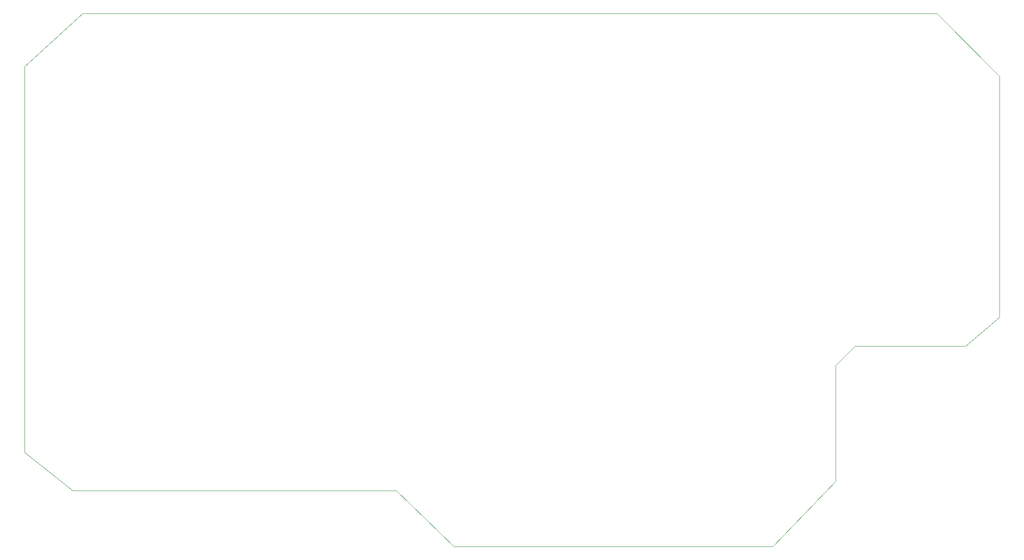
<source format=gbr>
%TF.GenerationSoftware,KiCad,Pcbnew,(6.0.7)*%
%TF.CreationDate,2024-02-27T11:31:56-06:00*%
%TF.ProjectId,StepperMotorController,53746570-7065-4724-9d6f-746f72436f6e,rev?*%
%TF.SameCoordinates,Original*%
%TF.FileFunction,Profile,NP*%
%FSLAX46Y46*%
G04 Gerber Fmt 4.6, Leading zero omitted, Abs format (unit mm)*
G04 Created by KiCad (PCBNEW (6.0.7)) date 2024-02-27 11:31:56*
%MOMM*%
%LPD*%
G01*
G04 APERTURE LIST*
%TA.AperFunction,Profile*%
%ADD10C,0.100000*%
%TD*%
G04 APERTURE END LIST*
D10*
X366000000Y-197000000D02*
X373000000Y-191000000D01*
X171000000Y-139000000D02*
X171000000Y-219000000D01*
X248000000Y-227000000D02*
X181000000Y-227000000D01*
X360000000Y-128000000D02*
X183000000Y-128000000D01*
X326000000Y-238550000D02*
X339000000Y-225000000D01*
X260000000Y-238550000D02*
X326000000Y-238550000D01*
X339000000Y-201000000D02*
X343000000Y-197000000D01*
X181000000Y-227000000D02*
X171000000Y-219000000D01*
X343000000Y-197000000D02*
X366000000Y-197000000D01*
X373000000Y-191000000D02*
X373000000Y-141000000D01*
X260000000Y-238550000D02*
X248000000Y-227000000D01*
X339000000Y-225000000D02*
X339000000Y-201000000D01*
X183000000Y-128000000D02*
X171000000Y-139000000D01*
X373000000Y-141000000D02*
X360000000Y-128000000D01*
M02*

</source>
